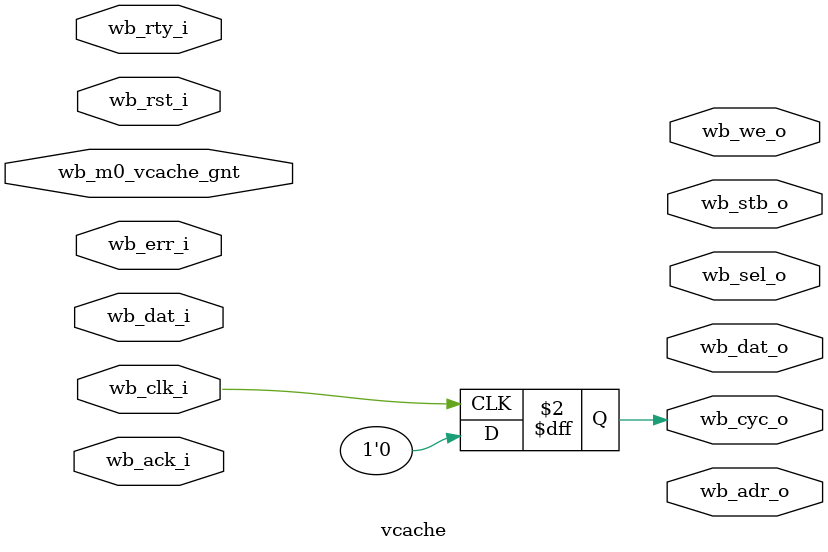
<source format=v>
module vcache(
	      input wire 	wb_clk_i,
	      input wire 	wb_rst_i, 
			input wire 	wb_m0_vcache_gnt,
	      input wire 	wb_ack_i, // normal termination
	      input wire 	wb_err_i, // termination w/ error
	      input wire 	wb_rty_i, // termination w/ retry
	      input wire [31:0] wb_dat_i, // input data bus
	      output reg 	wb_cyc_o, // cycle valid output
	      output reg [31:0] wb_adr_o, // address bus outputs
	      output reg 	wb_stb_o, // strobe output
	      output reg 	wb_we_o, // indicates write transfer
	      output reg [3:0] 	wb_sel_o, // byte select outputs
	      output reg [31:0] wb_dat_o // output data bus
	      );
   
   always @(posedge wb_clk_i) begin
      wb_cyc_o <= 0;
      
   end
   

      
     endmodule

</source>
